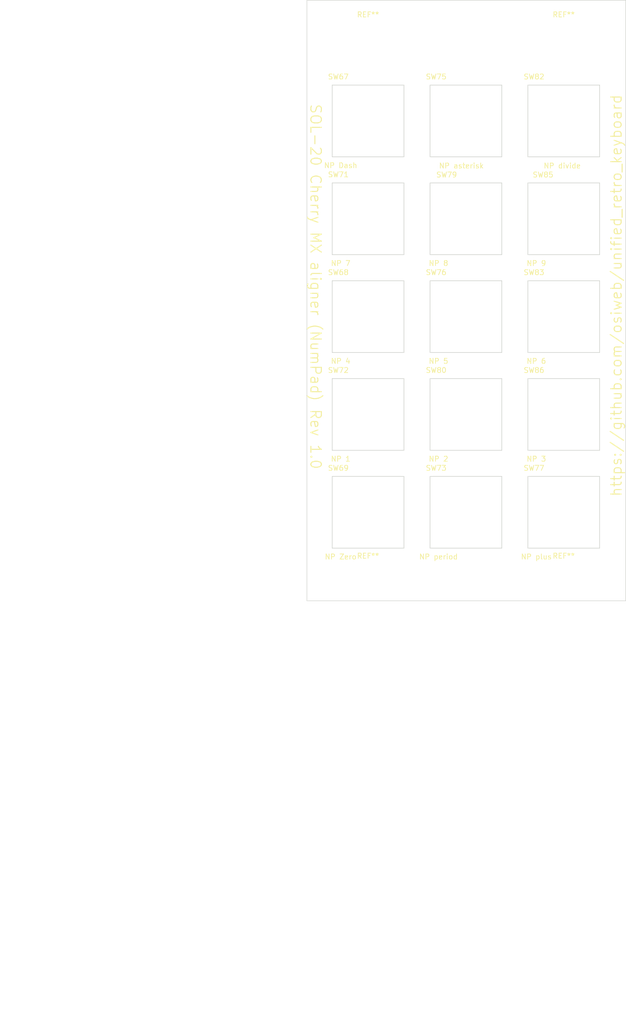
<source format=kicad_pcb>
(kicad_pcb (version 20171130) (host pcbnew "(5.1.5-0-10_14)")

  (general
    (thickness 1.6)
    (drawings 7)
    (tracks 0)
    (zones 0)
    (modules 19)
    (nets 1)
  )

  (page C)
  (title_block
    (title "Unified Retro Keyboard")
    (date 2019-08-25)
    (rev 1.3)
    (company OSIWeb.org)
    (comment 1 "Key matrix w/ LED")
  )

  (layers
    (0 F.Cu signal)
    (31 B.Cu signal)
    (32 B.Adhes user)
    (33 F.Adhes user)
    (34 B.Paste user)
    (35 F.Paste user)
    (36 B.SilkS user)
    (37 F.SilkS user)
    (38 B.Mask user)
    (39 F.Mask user)
    (40 Dwgs.User user)
    (41 Cmts.User user)
    (42 Eco1.User user)
    (43 Eco2.User user)
    (44 Edge.Cuts user)
    (45 Margin user)
    (46 B.CrtYd user)
    (47 F.CrtYd user)
    (48 B.Fab user)
    (49 F.Fab user)
  )

  (setup
    (last_trace_width 0.254)
    (user_trace_width 0.254)
    (user_trace_width 0.508)
    (user_trace_width 1.27)
    (trace_clearance 0.2)
    (zone_clearance 0.508)
    (zone_45_only no)
    (trace_min 0.2)
    (via_size 0.8128)
    (via_drill 0.4064)
    (via_min_size 0.4)
    (via_min_drill 0.3)
    (user_via 1.27 0.7112)
    (uvia_size 0.3048)
    (uvia_drill 0.1016)
    (uvias_allowed no)
    (uvia_min_size 0.2)
    (uvia_min_drill 0.1)
    (edge_width 0.05)
    (segment_width 0.2)
    (pcb_text_width 0.3)
    (pcb_text_size 1.5 1.5)
    (mod_edge_width 0.12)
    (mod_text_size 1 1)
    (mod_text_width 0.15)
    (pad_size 3.81 3.81)
    (pad_drill 3.81)
    (pad_to_mask_clearance 0)
    (aux_axis_origin 61.4172 179.1081)
    (grid_origin 76.835 223.393)
    (visible_elements 7FFFEFFF)
    (pcbplotparams
      (layerselection 0x010fc_ffffffff)
      (usegerberextensions false)
      (usegerberattributes false)
      (usegerberadvancedattributes false)
      (creategerberjobfile false)
      (excludeedgelayer true)
      (linewidth 0.100000)
      (plotframeref false)
      (viasonmask false)
      (mode 1)
      (useauxorigin false)
      (hpglpennumber 1)
      (hpglpenspeed 20)
      (hpglpendiameter 15.000000)
      (psnegative false)
      (psa4output false)
      (plotreference true)
      (plotvalue true)
      (plotinvisibletext false)
      (padsonsilk false)
      (subtractmaskfromsilk false)
      (outputformat 1)
      (mirror false)
      (drillshape 0)
      (scaleselection 1)
      (outputdirectory "numpad-outputs"))
  )

  (net 0 "")

  (net_class Default "This is the default net class."
    (clearance 0.2)
    (trace_width 0.254)
    (via_dia 0.8128)
    (via_drill 0.4064)
    (uvia_dia 0.3048)
    (uvia_drill 0.1016)
    (diff_pair_width 0.2032)
    (diff_pair_gap 0.254)
  )

  (net_class power1 ""
    (clearance 0.254)
    (trace_width 1.27)
    (via_dia 1.27)
    (via_drill 0.7112)
    (uvia_dia 0.3048)
    (uvia_drill 0.1016)
    (diff_pair_width 0.2032)
    (diff_pair_gap 0.254)
  )

  (net_class signal ""
    (clearance 0.2032)
    (trace_width 0.254)
    (via_dia 0.8128)
    (via_drill 0.4064)
    (uvia_dia 0.3048)
    (uvia_drill 0.1016)
    (diff_pair_width 0.2032)
    (diff_pair_gap 0.254)
  )

  (module unikbd:Key_MX_Aligner locked (layer F.Cu) (tedit 5E72B33B) (tstamp 5E73A7AB)
    (at 168.85158 168.51376)
    (path /5E16AC8E/5E1BE10C)
    (fp_text reference SW76 (at -5.7912 -8.6106) (layer F.SilkS)
      (effects (font (size 1 1) (thickness 0.15)))
    )
    (fp_text value "NP 5" (at -5.334 8.6614) (layer F.SilkS)
      (effects (font (size 1 1) (thickness 0.15)))
    )
    (fp_line (start -6.985 -6.985) (end -6.985 6.985) (layer Edge.Cuts) (width 0.12))
    (fp_line (start 6.985 6.985) (end 6.985 -6.985) (layer Edge.Cuts) (width 0.12))
    (fp_line (start -6.985 -6.985) (end 6.985 -6.985) (layer Edge.Cuts) (width 0.12))
    (fp_line (start -6.985 6.985) (end 6.985 6.985) (layer Edge.Cuts) (width 0.12))
  )

  (module unikbd:Key_MX_Aligner locked (layer F.Cu) (tedit 5E72B33B) (tstamp 5E73A763)
    (at 149.80158 168.51376)
    (path /5E16AC8E/5E1BE109)
    (fp_text reference SW68 (at -5.7912 -8.6106) (layer F.SilkS)
      (effects (font (size 1 1) (thickness 0.15)))
    )
    (fp_text value "NP 4" (at -5.334 8.6614) (layer F.SilkS)
      (effects (font (size 1 1) (thickness 0.15)))
    )
    (fp_line (start -6.985 -6.985) (end -6.985 6.985) (layer Edge.Cuts) (width 0.12))
    (fp_line (start 6.985 6.985) (end 6.985 -6.985) (layer Edge.Cuts) (width 0.12))
    (fp_line (start -6.985 -6.985) (end 6.985 -6.985) (layer Edge.Cuts) (width 0.12))
    (fp_line (start -6.985 6.985) (end 6.985 6.985) (layer Edge.Cuts) (width 0.12))
  )

  (module unikbd:Key_MX_Aligner locked (layer F.Cu) (tedit 5E72B33B) (tstamp 5E73A77B)
    (at 187.90158 168.51376)
    (path /5E16AC8E/5E1BE10D)
    (fp_text reference SW83 (at -5.7912 -8.6106) (layer F.SilkS)
      (effects (font (size 1 1) (thickness 0.15)))
    )
    (fp_text value "NP 6" (at -5.334 8.6614) (layer F.SilkS)
      (effects (font (size 1 1) (thickness 0.15)))
    )
    (fp_line (start -6.985 -6.985) (end -6.985 6.985) (layer Edge.Cuts) (width 0.12))
    (fp_line (start 6.985 6.985) (end 6.985 -6.985) (layer Edge.Cuts) (width 0.12))
    (fp_line (start -6.985 -6.985) (end 6.985 -6.985) (layer Edge.Cuts) (width 0.12))
    (fp_line (start -6.985 6.985) (end 6.985 6.985) (layer Edge.Cuts) (width 0.12))
  )

  (module unikbd:Key_MX_Aligner locked (layer F.Cu) (tedit 5E72B33B) (tstamp 5E73A6D3)
    (at 187.90158 149.46376)
    (path /5E16AC8E/5E1BE103)
    (fp_text reference SW85 (at -4.03098 -8.56996) (layer F.SilkS)
      (effects (font (size 1 1) (thickness 0.15)))
    )
    (fp_text value "NP 9" (at -5.334 8.6614) (layer F.SilkS)
      (effects (font (size 1 1) (thickness 0.15)))
    )
    (fp_line (start -6.985 -6.985) (end -6.985 6.985) (layer Edge.Cuts) (width 0.12))
    (fp_line (start 6.985 6.985) (end 6.985 -6.985) (layer Edge.Cuts) (width 0.12))
    (fp_line (start -6.985 -6.985) (end 6.985 -6.985) (layer Edge.Cuts) (width 0.12))
    (fp_line (start -6.985 6.985) (end 6.985 6.985) (layer Edge.Cuts) (width 0.12))
  )

  (module unikbd:Key_MX_Aligner locked (layer F.Cu) (tedit 5E72B33B) (tstamp 5E73A7DB)
    (at 187.90158 187.56376)
    (path /5E16AC8E/5E1BE10E)
    (fp_text reference SW86 (at -5.7912 -8.6106) (layer F.SilkS)
      (effects (font (size 1 1) (thickness 0.15)))
    )
    (fp_text value "NP 3" (at -5.334 8.6614) (layer F.SilkS)
      (effects (font (size 1 1) (thickness 0.15)))
    )
    (fp_line (start -6.985 -6.985) (end -6.985 6.985) (layer Edge.Cuts) (width 0.12))
    (fp_line (start 6.985 6.985) (end 6.985 -6.985) (layer Edge.Cuts) (width 0.12))
    (fp_line (start -6.985 -6.985) (end 6.985 -6.985) (layer Edge.Cuts) (width 0.12))
    (fp_line (start -6.985 6.985) (end 6.985 6.985) (layer Edge.Cuts) (width 0.12))
  )

  (module unikbd:Key_MX_Aligner locked (layer F.Cu) (tedit 5E72B33B) (tstamp 5E73A703)
    (at 187.90158 130.41376)
    (path /5E16AC8E/5E1BE102)
    (fp_text reference SW82 (at -5.7912 -8.6106) (layer F.SilkS)
      (effects (font (size 1 1) (thickness 0.15)))
    )
    (fp_text value "NP divide" (at -0.29718 8.72744) (layer F.SilkS)
      (effects (font (size 1 1) (thickness 0.15)))
    )
    (fp_line (start -6.985 -6.985) (end -6.985 6.985) (layer Edge.Cuts) (width 0.12))
    (fp_line (start 6.985 6.985) (end 6.985 -6.985) (layer Edge.Cuts) (width 0.12))
    (fp_line (start -6.985 -6.985) (end 6.985 -6.985) (layer Edge.Cuts) (width 0.12))
    (fp_line (start -6.985 6.985) (end 6.985 6.985) (layer Edge.Cuts) (width 0.12))
  )

  (module unikbd:Key_MX_Aligner locked (layer F.Cu) (tedit 5E72B33B) (tstamp 5E73A793)
    (at 168.85158 187.56376)
    (path /5E16AC8E/5E1BE10B)
    (fp_text reference SW80 (at -5.7912 -8.6106) (layer F.SilkS)
      (effects (font (size 1 1) (thickness 0.15)))
    )
    (fp_text value "NP 2" (at -5.334 8.6614) (layer F.SilkS)
      (effects (font (size 1 1) (thickness 0.15)))
    )
    (fp_line (start -6.985 -6.985) (end -6.985 6.985) (layer Edge.Cuts) (width 0.12))
    (fp_line (start 6.985 6.985) (end 6.985 -6.985) (layer Edge.Cuts) (width 0.12))
    (fp_line (start -6.985 -6.985) (end 6.985 -6.985) (layer Edge.Cuts) (width 0.12))
    (fp_line (start -6.985 6.985) (end 6.985 6.985) (layer Edge.Cuts) (width 0.12))
  )

  (module unikbd:Key_MX_Aligner locked (layer F.Cu) (tedit 5E72B33B) (tstamp 5E73A6EB)
    (at 168.85158 149.46376)
    (path /5E16AC8E/5E1BE100)
    (fp_text reference SW79 (at -3.75158 -8.56996) (layer F.SilkS)
      (effects (font (size 1 1) (thickness 0.15)))
    )
    (fp_text value "NP 8" (at -5.334 8.6614) (layer F.SilkS)
      (effects (font (size 1 1) (thickness 0.15)))
    )
    (fp_line (start -6.985 -6.985) (end -6.985 6.985) (layer Edge.Cuts) (width 0.12))
    (fp_line (start 6.985 6.985) (end 6.985 -6.985) (layer Edge.Cuts) (width 0.12))
    (fp_line (start -6.985 -6.985) (end 6.985 -6.985) (layer Edge.Cuts) (width 0.12))
    (fp_line (start -6.985 6.985) (end 6.985 6.985) (layer Edge.Cuts) (width 0.12))
  )

  (module unikbd:Key_MX_Aligner locked (layer F.Cu) (tedit 5E72B33B) (tstamp 5E73A74B)
    (at 187.90158 206.61376)
    (path /5E16AC8E/5E1BE116)
    (fp_text reference SW77 (at -5.7912 -8.6106) (layer F.SilkS)
      (effects (font (size 1 1) (thickness 0.15)))
    )
    (fp_text value "NP plus" (at -5.334 8.6614) (layer F.SilkS)
      (effects (font (size 1 1) (thickness 0.15)))
    )
    (fp_line (start -6.985 -6.985) (end -6.985 6.985) (layer Edge.Cuts) (width 0.12))
    (fp_line (start 6.985 6.985) (end 6.985 -6.985) (layer Edge.Cuts) (width 0.12))
    (fp_line (start -6.985 -6.985) (end 6.985 -6.985) (layer Edge.Cuts) (width 0.12))
    (fp_line (start -6.985 6.985) (end 6.985 6.985) (layer Edge.Cuts) (width 0.12))
  )

  (module unikbd:Key_MX_Aligner locked (layer F.Cu) (tedit 5E72B33B) (tstamp 5E73A6A3)
    (at 168.85158 130.41376)
    (path /5E16AC8E/5E1BE101)
    (fp_text reference SW75 (at -5.7912 -8.6106) (layer F.SilkS)
      (effects (font (size 1 1) (thickness 0.15)))
    )
    (fp_text value "NP asterisk" (at -0.88138 8.72744) (layer F.SilkS)
      (effects (font (size 1 1) (thickness 0.15)))
    )
    (fp_line (start -6.985 -6.985) (end -6.985 6.985) (layer Edge.Cuts) (width 0.12))
    (fp_line (start 6.985 6.985) (end 6.985 -6.985) (layer Edge.Cuts) (width 0.12))
    (fp_line (start -6.985 -6.985) (end 6.985 -6.985) (layer Edge.Cuts) (width 0.12))
    (fp_line (start -6.985 6.985) (end 6.985 6.985) (layer Edge.Cuts) (width 0.12))
  )

  (module unikbd:Key_MX_Aligner locked (layer F.Cu) (tedit 5E72B33B) (tstamp 5E73A71B)
    (at 168.85158 206.61376)
    (path /5E16AC8E/5BC6D0AD)
    (fp_text reference SW73 (at -5.7912 -8.6106) (layer F.SilkS)
      (effects (font (size 1 1) (thickness 0.15)))
    )
    (fp_text value "NP period" (at -5.334 8.6614) (layer F.SilkS)
      (effects (font (size 1 1) (thickness 0.15)))
    )
    (fp_line (start -6.985 -6.985) (end -6.985 6.985) (layer Edge.Cuts) (width 0.12))
    (fp_line (start 6.985 6.985) (end 6.985 -6.985) (layer Edge.Cuts) (width 0.12))
    (fp_line (start -6.985 -6.985) (end 6.985 -6.985) (layer Edge.Cuts) (width 0.12))
    (fp_line (start -6.985 6.985) (end 6.985 6.985) (layer Edge.Cuts) (width 0.12))
  )

  (module unikbd:Key_MX_Aligner locked (layer F.Cu) (tedit 5E72B33B) (tstamp 5E73A6BB)
    (at 149.80158 187.56376)
    (path /5E16AC8E/5E1BE10A)
    (fp_text reference SW72 (at -5.7912 -8.6106) (layer F.SilkS)
      (effects (font (size 1 1) (thickness 0.15)))
    )
    (fp_text value "NP 1" (at -5.334 8.6614) (layer F.SilkS)
      (effects (font (size 1 1) (thickness 0.15)))
    )
    (fp_line (start -6.985 -6.985) (end -6.985 6.985) (layer Edge.Cuts) (width 0.12))
    (fp_line (start 6.985 6.985) (end 6.985 -6.985) (layer Edge.Cuts) (width 0.12))
    (fp_line (start -6.985 -6.985) (end 6.985 -6.985) (layer Edge.Cuts) (width 0.12))
    (fp_line (start -6.985 6.985) (end 6.985 6.985) (layer Edge.Cuts) (width 0.12))
  )

  (module unikbd:Key_MX_Aligner locked (layer F.Cu) (tedit 5E72B33B) (tstamp 5E73A68B)
    (at 149.80158 149.46376)
    (path /5E16AC8E/5E1BE0FF)
    (fp_text reference SW71 (at -5.7912 -8.6106) (layer F.SilkS)
      (effects (font (size 1 1) (thickness 0.15)))
    )
    (fp_text value "NP 7" (at -5.334 8.6614) (layer F.SilkS)
      (effects (font (size 1 1) (thickness 0.15)))
    )
    (fp_line (start -6.985 -6.985) (end -6.985 6.985) (layer Edge.Cuts) (width 0.12))
    (fp_line (start 6.985 6.985) (end 6.985 -6.985) (layer Edge.Cuts) (width 0.12))
    (fp_line (start -6.985 -6.985) (end 6.985 -6.985) (layer Edge.Cuts) (width 0.12))
    (fp_line (start -6.985 6.985) (end 6.985 6.985) (layer Edge.Cuts) (width 0.12))
  )

  (module unikbd:Key_MX_Aligner locked (layer F.Cu) (tedit 5E72B33B) (tstamp 5E73A733)
    (at 149.80158 206.61376)
    (path /5E16AC8E/5E149AE2)
    (fp_text reference SW69 (at -5.7912 -8.6106) (layer F.SilkS)
      (effects (font (size 1 1) (thickness 0.15)))
    )
    (fp_text value "NP Zero" (at -5.334 8.6614) (layer F.SilkS)
      (effects (font (size 1 1) (thickness 0.15)))
    )
    (fp_line (start -6.985 -6.985) (end -6.985 6.985) (layer Edge.Cuts) (width 0.12))
    (fp_line (start 6.985 6.985) (end 6.985 -6.985) (layer Edge.Cuts) (width 0.12))
    (fp_line (start -6.985 -6.985) (end 6.985 -6.985) (layer Edge.Cuts) (width 0.12))
    (fp_line (start -6.985 6.985) (end 6.985 6.985) (layer Edge.Cuts) (width 0.12))
  )

  (module unikbd:Key_MX_Aligner locked (layer F.Cu) (tedit 5E72B33B) (tstamp 5E74F654)
    (at 149.80158 130.41376)
    (path /5E16AC8E/5E13E76B)
    (fp_text reference SW67 (at -5.7912 -8.6106) (layer F.SilkS)
      (effects (font (size 1 1) (thickness 0.15)))
    )
    (fp_text value "NP Dash" (at -5.334 8.6614) (layer F.SilkS)
      (effects (font (size 1 1) (thickness 0.15)))
    )
    (fp_line (start -6.985 -6.985) (end -6.985 6.985) (layer Edge.Cuts) (width 0.12))
    (fp_line (start 6.985 6.985) (end 6.985 -6.985) (layer Edge.Cuts) (width 0.12))
    (fp_line (start -6.985 -6.985) (end 6.985 -6.985) (layer Edge.Cuts) (width 0.12))
    (fp_line (start -6.985 6.985) (end 6.985 6.985) (layer Edge.Cuts) (width 0.12))
  )

  (module MountingHole:MountingHole_3.2mm_M3 locked (layer F.Cu) (tedit 56D1B4CB) (tstamp 5E74F6EE)
    (at 187.90158 219.31376)
    (descr "Mounting Hole 3.2mm, no annular, M3")
    (tags "mounting hole 3.2mm no annular m3")
    (attr virtual)
    (fp_text reference REF** (at 0 -4.2) (layer F.SilkS)
      (effects (font (size 1 1) (thickness 0.15)))
    )
    (fp_text value MountingHole_3.2mm_M3 (at 0 4.2) (layer F.Fab)
      (effects (font (size 1 1) (thickness 0.15)))
    )
    (fp_circle (center 0 0) (end 3.45 0) (layer F.CrtYd) (width 0.05))
    (fp_circle (center 0 0) (end 3.2 0) (layer Cmts.User) (width 0.15))
    (fp_text user %R (at 0.3 0) (layer F.Fab)
      (effects (font (size 1 1) (thickness 0.15)))
    )
    (pad 1 np_thru_hole circle (at 0 0) (size 3.2 3.2) (drill 3.2) (layers *.Cu *.Mask))
  )

  (module MountingHole:MountingHole_3.2mm_M3 locked (layer F.Cu) (tedit 56D1B4CB) (tstamp 5E74F6EE)
    (at 149.80158 219.31376)
    (descr "Mounting Hole 3.2mm, no annular, M3")
    (tags "mounting hole 3.2mm no annular m3")
    (attr virtual)
    (fp_text reference REF** (at 0 -4.2) (layer F.SilkS)
      (effects (font (size 1 1) (thickness 0.15)))
    )
    (fp_text value MountingHole_3.2mm_M3 (at 0 4.2) (layer F.Fab)
      (effects (font (size 1 1) (thickness 0.15)))
    )
    (fp_circle (center 0 0) (end 3.45 0) (layer F.CrtYd) (width 0.05))
    (fp_circle (center 0 0) (end 3.2 0) (layer Cmts.User) (width 0.15))
    (fp_text user %R (at 0.3 0) (layer F.Fab)
      (effects (font (size 1 1) (thickness 0.15)))
    )
    (pad 1 np_thru_hole circle (at 0 0) (size 3.2 3.2) (drill 3.2) (layers *.Cu *.Mask))
  )

  (module MountingHole:MountingHole_3.2mm_M3 locked (layer F.Cu) (tedit 56D1B4CB) (tstamp 5E73FE90)
    (at 187.90158 113.90376)
    (descr "Mounting Hole 3.2mm, no annular, M3")
    (tags "mounting hole 3.2mm no annular m3")
    (attr virtual)
    (fp_text reference REF** (at 0 -4.2) (layer F.SilkS)
      (effects (font (size 1 1) (thickness 0.15)))
    )
    (fp_text value MountingHole_3.2mm_M3 (at 0 4.2) (layer F.Fab)
      (effects (font (size 1 1) (thickness 0.15)))
    )
    (fp_text user %R (at 0.3 0) (layer F.Fab)
      (effects (font (size 1 1) (thickness 0.15)))
    )
    (fp_circle (center 0 0) (end 3.2 0) (layer Cmts.User) (width 0.15))
    (fp_circle (center 0 0) (end 3.45 0) (layer F.CrtYd) (width 0.05))
    (pad 1 np_thru_hole circle (at 0 0) (size 3.2 3.2) (drill 3.2) (layers *.Cu *.Mask))
  )

  (module MountingHole:MountingHole_3.2mm_M3 locked (layer F.Cu) (tedit 56D1B4CB) (tstamp 5E73FE90)
    (at 149.80158 113.90376)
    (descr "Mounting Hole 3.2mm, no annular, M3")
    (tags "mounting hole 3.2mm no annular m3")
    (attr virtual)
    (fp_text reference REF** (at 0 -4.2) (layer F.SilkS)
      (effects (font (size 1 1) (thickness 0.15)))
    )
    (fp_text value MountingHole_3.2mm_M3 (at 0 4.2) (layer F.Fab)
      (effects (font (size 1 1) (thickness 0.15)))
    )
    (fp_text user %R (at 0.3 0) (layer F.Fab)
      (effects (font (size 1 1) (thickness 0.15)))
    )
    (fp_circle (center 0 0) (end 3.2 0) (layer Cmts.User) (width 0.15))
    (fp_circle (center 0 0) (end 3.45 0) (layer F.CrtYd) (width 0.05))
    (pad 1 np_thru_hole circle (at 0 0) (size 3.2 3.2) (drill 3.2) (layers *.Cu *.Mask))
  )

  (gr_text https://github.com/osiweb/unified_retro_keyboard (at 198.1454 203.6826 90) (layer F.SilkS) (tstamp 5E73FEC6)
    (effects (font (size 2.032 2.032) (thickness 0.2032)) (justify left))
  )
  (gr_text "SOL-20 Cherry MX aligner (NumPad) Rev 1.0" (at 139.5984 126.9746 270) (layer F.SilkS) (tstamp 5E73FEBE)
    (effects (font (size 2.032 2.032) (thickness 0.2032)) (justify left))
  )
  (gr_line (start 137.8966 223.8502) (end 199.9742 223.8502) (layer Edge.Cuts) (width 0.1016) (tstamp 5E73AA3D))
  (gr_line (start 137.8966 106.9086) (end 199.9742 106.9086) (layer Edge.Cuts) (width 0.1016))
  (gr_line (start 199.9742 106.9086) (end 199.9742 223.8502) (layer Edge.Cuts) (width 0.1016) (tstamp 5E73A66C))
  (gr_line (start 137.8966 106.9086) (end 137.8966 223.8502) (layer Edge.Cuts) (width 0.1016) (tstamp 5E73A669))
  (gr_text "Key spacing guide:\nVertical: 0.75 inch.\n\nKey1, Key2  ->  Centers (inches)\n\n1.00,  1.00  ->  0.75\n1.00,  1.25  ->  0.84375\n1.00,  1.50  ->  0.9375\n1.00,  1.75  ->  1.03125\n1.00,  2.00  ->  1.125\n1.25,  1.25  ->  0.9375\n1.25,  1.50  ->  1.03125\n1.25,  2.00  ->  1.21875\n1.50,  1.50  ->  1.125\n1.50,  2.00  ->  1.3125\n1.75,  2.00. ->. 1.40625\n8.00,  1.00  ->  3.375\n8.00,  1.25  ->  3.46875\n8.00,  1.50  ->  3.5625" (at 78.1304 274.8788) (layer F.Mask) (tstamp 5E6EC889)
    (effects (font (size 2.032 2.032) (thickness 0.3048)) (justify left))
  )

)

</source>
